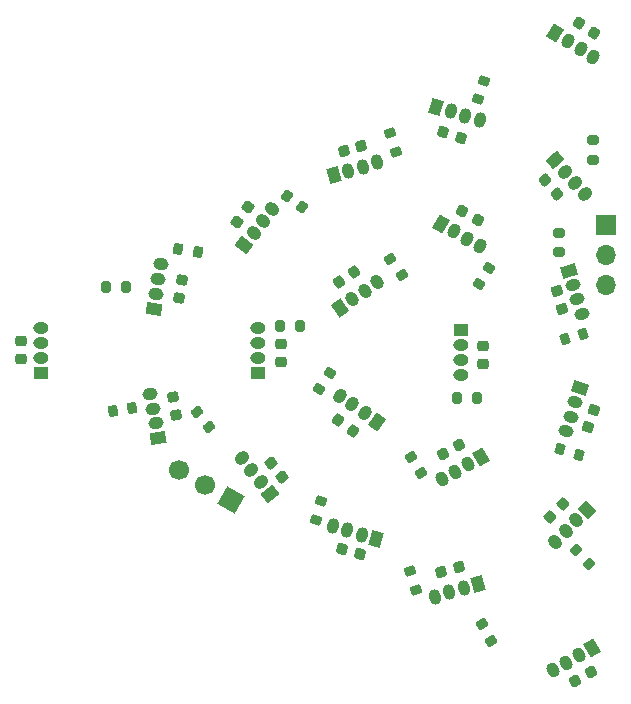
<source format=gbr>
%TF.GenerationSoftware,KiCad,Pcbnew,(6.0.2)*%
%TF.CreationDate,2022-03-26T22:50:30-07:00*%
%TF.ProjectId,triangle,74726961-6e67-46c6-952e-6b696361645f,rev?*%
%TF.SameCoordinates,Original*%
%TF.FileFunction,Soldermask,Top*%
%TF.FilePolarity,Negative*%
%FSLAX46Y46*%
G04 Gerber Fmt 4.6, Leading zero omitted, Abs format (unit mm)*
G04 Created by KiCad (PCBNEW (6.0.2)) date 2022-03-26 22:50:30*
%MOMM*%
%LPD*%
G01*
G04 APERTURE LIST*
G04 Aperture macros list*
%AMRoundRect*
0 Rectangle with rounded corners*
0 $1 Rounding radius*
0 $2 $3 $4 $5 $6 $7 $8 $9 X,Y pos of 4 corners*
0 Add a 4 corners polygon primitive as box body*
4,1,4,$2,$3,$4,$5,$6,$7,$8,$9,$2,$3,0*
0 Add four circle primitives for the rounded corners*
1,1,$1+$1,$2,$3*
1,1,$1+$1,$4,$5*
1,1,$1+$1,$6,$7*
1,1,$1+$1,$8,$9*
0 Add four rect primitives between the rounded corners*
20,1,$1+$1,$2,$3,$4,$5,0*
20,1,$1+$1,$4,$5,$6,$7,0*
20,1,$1+$1,$6,$7,$8,$9,0*
20,1,$1+$1,$8,$9,$2,$3,0*%
%AMHorizOval*
0 Thick line with rounded ends*
0 $1 width*
0 $2 $3 position (X,Y) of the first rounded end (center of the circle)*
0 $4 $5 position (X,Y) of the second rounded end (center of the circle)*
0 Add line between two ends*
20,1,$1,$2,$3,$4,$5,0*
0 Add two circle primitives to create the rounded ends*
1,1,$1,$2,$3*
1,1,$1,$4,$5*%
%AMRotRect*
0 Rectangle, with rotation*
0 The origin of the aperture is its center*
0 $1 length*
0 $2 width*
0 $3 Rotation angle, in degrees counterclockwise*
0 Add horizontal line*
21,1,$1,$2,0,0,$3*%
G04 Aperture macros list end*
%ADD10RoundRect,0.225000X-0.168235X0.291242X-0.307293X-0.136733X0.168235X-0.291242X0.307293X0.136733X0*%
%ADD11RoundRect,0.200000X-0.275000X0.200000X-0.275000X-0.200000X0.275000X-0.200000X0.275000X0.200000X0*%
%ADD12RoundRect,0.225000X0.069856X0.329006X-0.319856X0.104006X-0.069856X-0.329006X0.319856X-0.104006X0*%
%ADD13RoundRect,0.225000X0.147375X0.302334X-0.285193X0.178297X-0.147375X-0.302334X0.285193X-0.178297X0*%
%ADD14RotRect,1.700000X1.700000X240.000000*%
%ADD15HorizOval,1.700000X0.000000X0.000000X0.000000X0.000000X0*%
%ADD16RoundRect,0.200000X-0.339982X0.006097X-0.110552X-0.321564X0.339982X-0.006097X0.110552X0.321564X0*%
%ADD17RoundRect,0.225000X-0.288261X-0.173293X0.142076X-0.304860X0.288261X0.173293X-0.142076X0.304860X0*%
%ADD18RoundRect,0.200000X0.319474X-0.116452X0.209219X0.268053X-0.319474X0.116452X-0.209219X-0.268053X0*%
%ADD19RoundRect,0.200000X0.209219X-0.268053X0.319474X0.116452X-0.209219X0.268053X-0.319474X-0.116452X0*%
%ADD20RoundRect,0.200000X-0.240557X-0.240327X0.154518X-0.302901X0.240557X0.240327X-0.154518X0.302901X0*%
%ADD21RoundRect,0.200000X-0.275191X-0.199737X0.105232X-0.323344X0.275191X0.199737X-0.105232X0.323344X0*%
%ADD22R,1.700000X1.700000*%
%ADD23O,1.700000X1.700000*%
%ADD24RoundRect,0.200000X-0.335876X-0.053033X-0.053033X-0.335876X0.335876X0.053033X0.053033X0.335876X0*%
%ADD25RoundRect,0.225000X0.335527X-0.023387X0.058479X0.331218X-0.335527X0.023387X-0.058479X-0.331218X0*%
%ADD26RoundRect,0.225000X-0.304860X0.142076X-0.173293X-0.288261X0.304860X-0.142076X0.173293X0.288261X0*%
%ADD27RoundRect,0.200000X0.339835X0.011705X0.093571X0.326909X-0.339835X-0.011705X-0.093571X-0.326909X0*%
%ADD28RoundRect,0.200000X-0.200000X-0.275000X0.200000X-0.275000X0.200000X0.275000X-0.200000X0.275000X0*%
%ADD29RoundRect,0.225000X0.285193X0.178297X-0.147375X0.302334X-0.285193X-0.178297X0.147375X-0.302334X0*%
%ADD30RoundRect,0.225000X-0.336341X-0.000075X-0.035232X-0.334490X0.336341X0.000075X0.035232X0.334490X0*%
%ADD31RoundRect,0.225000X0.064250X-0.330147X0.335067X0.029239X-0.064250X0.330147X-0.335067X-0.029239X0*%
%ADD32RoundRect,0.225000X0.250000X-0.225000X0.250000X0.225000X-0.250000X0.225000X-0.250000X-0.225000X0*%
%ADD33RoundRect,0.225000X-0.147375X-0.302334X0.285193X-0.178297X0.147375X0.302334X-0.285193X0.178297X0*%
%ADD34RoundRect,0.200000X0.338157X-0.035705X0.138157X0.310705X-0.338157X0.035705X-0.138157X-0.310705X0*%
%ADD35RoundRect,0.200000X-0.138157X0.310705X-0.338157X-0.035705X0.138157X-0.310705X0.338157X0.035705X0*%
%ADD36RoundRect,0.200000X0.110859X0.321458X-0.271663X0.204509X-0.110859X-0.321458X0.271663X-0.204509X0*%
%ADD37RoundRect,0.200000X0.104923X-0.323444X0.340037X0.000162X-0.104923X0.323444X-0.340037X-0.000162X0*%
%ADD38RoundRect,0.225000X-0.017678X0.335876X-0.335876X0.017678X0.017678X-0.335876X0.335876X-0.017678X0*%
%ADD39RoundRect,0.225000X-0.319856X-0.104006X0.069856X-0.329006X0.319856X0.104006X-0.069856X0.329006X0*%
%ADD40RoundRect,0.225000X-0.040915X-0.333843X0.327703X-0.075733X0.040915X0.333843X-0.327703X0.075733X0*%
%ADD41RoundRect,0.200000X0.149208X0.305552X-0.244715X0.236092X-0.149208X-0.305552X0.244715X-0.236092X0*%
%ADD42RoundRect,0.200000X0.204509X-0.271663X0.321458X0.110859X-0.204509X0.271663X-0.321458X-0.110859X0*%
%ADD43RoundRect,0.225000X-0.250000X0.225000X-0.250000X-0.225000X0.250000X-0.225000X0.250000X0.225000X0*%
%ADD44RoundRect,0.225000X0.211724X-0.261338X0.282120X0.183121X-0.211724X0.261338X-0.282120X-0.183121X0*%
%ADD45RoundRect,0.225000X-0.323291X-0.092780X0.058331X-0.331244X0.323291X0.092780X-0.058331X0.331244X0*%
%ADD46RoundRect,0.225000X0.328975X0.070003X-0.035083X0.334506X-0.328975X-0.070003X0.035083X-0.334506X0*%
%ADD47RoundRect,0.200000X-0.325226X-0.099262X-0.005772X-0.339988X0.325226X0.099262X0.005772X0.339988X0*%
%ADD48RoundRect,0.225000X0.285273X-0.178170X0.207131X0.264994X-0.285273X0.178170X-0.207131X-0.264994X0*%
%ADD49RotRect,1.000000X1.300000X196.000000*%
%ADD50HorizOval,1.000000X-0.041346X0.144189X0.041346X-0.144189X0*%
%ADD51RotRect,1.000000X1.300000X252.000000*%
%ADD52HorizOval,1.000000X-0.142658X0.046353X0.142658X-0.046353X0*%
%ADD53RotRect,1.000000X1.300000X328.000000*%
%ADD54HorizOval,1.000000X-0.079488X-0.127207X0.079488X0.127207X0*%
%ADD55RotRect,1.000000X1.300000X100.000000*%
%ADD56HorizOval,1.000000X0.147721X0.026047X-0.147721X-0.026047X0*%
%ADD57RotRect,1.000000X1.300000X330.000000*%
%ADD58HorizOval,1.000000X-0.075000X-0.129904X0.075000X0.129904X0*%
%ADD59RotRect,1.000000X1.300000X128.000000*%
%ADD60HorizOval,1.000000X0.118202X0.092349X-0.118202X-0.092349X0*%
%ADD61R,1.300000X1.000000*%
%ADD62O,1.300000X1.000000*%
%ADD63RotRect,1.000000X1.300000X53.000000*%
%ADD64HorizOval,1.000000X-0.119795X0.090272X0.119795X-0.090272X0*%
%ADD65RotRect,1.000000X1.300000X343.000000*%
%ADD66HorizOval,1.000000X-0.043856X-0.143446X0.043856X0.143446X0*%
%ADD67RotRect,1.000000X1.300000X225.000000*%
%ADD68HorizOval,1.000000X-0.106066X0.106066X0.106066X-0.106066X0*%
%ADD69RotRect,1.000000X1.300000X81.000000*%
%ADD70HorizOval,1.000000X-0.148153X0.023465X0.148153X-0.023465X0*%
%ADD71RotRect,1.000000X1.300000X144.000000*%
%ADD72HorizOval,1.000000X0.088168X0.121353X-0.088168X-0.121353X0*%
%ADD73RotRect,1.000000X1.300000X210.000000*%
%ADD74HorizOval,1.000000X-0.075000X0.129904X0.075000X-0.129904X0*%
%ADD75HorizOval,1.000000X0.041346X0.144189X-0.041346X-0.144189X0*%
%ADD76RotRect,1.000000X1.300000X164.000000*%
%ADD77RotRect,1.000000X1.300000X16.000000*%
%ADD78RotRect,1.000000X1.300000X312.000000*%
%ADD79HorizOval,1.000000X-0.111472X-0.100370X0.111472X0.100370X0*%
%ADD80RotRect,1.000000X1.300000X287.000000*%
%ADD81HorizOval,1.000000X-0.143446X-0.043856X0.143446X0.043856X0*%
%ADD82RotRect,1.000000X1.300000X35.000000*%
%ADD83HorizOval,1.000000X-0.086036X0.122873X0.086036X-0.122873X0*%
G04 APERTURE END LIST*
D10*
%TO.C,C12*%
X159000000Y-88550000D03*
X158521024Y-90024138D03*
%TD*%
D11*
%TO.C,R15*%
X158950000Y-65700000D03*
X158950000Y-67350000D03*
%TD*%
D12*
%TO.C,C4*%
X147550000Y-91550000D03*
X146207660Y-92325000D03*
%TD*%
D13*
%TO.C,C9*%
X147550000Y-101850000D03*
X146060044Y-102277238D03*
%TD*%
D14*
%TO.C,J2*%
X128250000Y-96150000D03*
D15*
X126050295Y-94880000D03*
X123850591Y-93610000D03*
%TD*%
D16*
%TO.C,R2*%
X141753598Y-75748400D03*
X142700000Y-77100000D03*
%TD*%
D17*
%TO.C,C16*%
X146217728Y-65046824D03*
X147700000Y-65500000D03*
%TD*%
D18*
%TO.C,R17*%
X142200000Y-66700000D03*
X141745198Y-65113918D03*
%TD*%
D19*
%TO.C,R8*%
X135445198Y-97886082D03*
X135900000Y-96300000D03*
%TD*%
D20*
%TO.C,R19*%
X123800000Y-74900000D03*
X125429686Y-75158116D03*
%TD*%
D21*
%TO.C,R12*%
X156130756Y-91890122D03*
X157700000Y-92400000D03*
%TD*%
D22*
%TO.C,J1*%
X160050000Y-72900000D03*
D23*
X160050000Y-75440000D03*
X160050000Y-77980000D03*
%TD*%
D24*
%TO.C,R11*%
X157433274Y-100433274D03*
X158600000Y-101600000D03*
%TD*%
D11*
%TO.C,R14*%
X156000000Y-73550000D03*
X156000000Y-75200000D03*
%TD*%
D25*
%TO.C,C7*%
X132600000Y-94250000D03*
X131645724Y-93028584D03*
%TD*%
D18*
%TO.C,R9*%
X143900000Y-103800000D03*
X143445198Y-102213918D03*
%TD*%
D26*
%TO.C,C13*%
X155823412Y-78508864D03*
X156276588Y-79991136D03*
%TD*%
D27*
%TO.C,R7*%
X126400000Y-90000000D03*
X125384158Y-88699782D03*
%TD*%
D28*
%TO.C,R1*%
X147400000Y-87550000D03*
X149050000Y-87550000D03*
%TD*%
D29*
%TO.C,C8*%
X139139956Y-100777238D03*
X137650000Y-100350000D03*
%TD*%
D30*
%TO.C,C14*%
X154812848Y-69098126D03*
X155850000Y-70250000D03*
%TD*%
D28*
%TO.C,R6*%
X132450000Y-81450000D03*
X134100000Y-81450000D03*
%TD*%
D31*
%TO.C,C18*%
X128750000Y-72650000D03*
X129682814Y-71412114D03*
%TD*%
D32*
%TO.C,C6*%
X132500000Y-84500000D03*
X132500000Y-82950000D03*
%TD*%
D33*
%TO.C,C17*%
X137800000Y-66600000D03*
X139289956Y-66172762D03*
%TD*%
D32*
%TO.C,C20*%
X110450000Y-84250000D03*
X110450000Y-82700000D03*
%TD*%
D34*
%TO.C,R4*%
X144325000Y-93928942D03*
X143500000Y-92500000D03*
%TD*%
D35*
%TO.C,R5*%
X150100000Y-76500000D03*
X149275000Y-77928942D03*
%TD*%
D36*
%TO.C,R13*%
X158100000Y-82100000D03*
X156522098Y-82582414D03*
%TD*%
D37*
%TO.C,R3*%
X135686800Y-86766400D03*
X136656646Y-85431522D03*
%TD*%
D38*
%TO.C,C11*%
X156346016Y-96553984D03*
X155250000Y-97650000D03*
%TD*%
D39*
%TO.C,C5*%
X147857660Y-71725000D03*
X149200000Y-72500000D03*
%TD*%
D40*
%TO.C,C2*%
X137430314Y-77739044D03*
X138700000Y-76850000D03*
%TD*%
D34*
%TO.C,R10*%
X150300000Y-108100000D03*
X149475000Y-106671058D03*
%TD*%
D41*
%TO.C,R21*%
X119874932Y-88363480D03*
X118250000Y-88650000D03*
%TD*%
D42*
%TO.C,R16*%
X149200000Y-62250000D03*
X149682414Y-60672098D03*
%TD*%
D43*
%TO.C,C1*%
X149600000Y-83100000D03*
X149600000Y-84650000D03*
%TD*%
D44*
%TO.C,C19*%
X123857526Y-79080916D03*
X124100000Y-77550000D03*
%TD*%
D45*
%TO.C,C15*%
X157700000Y-55778626D03*
X159014474Y-56600000D03*
%TD*%
D46*
%TO.C,C3*%
X138553976Y-90311068D03*
X137300000Y-89400000D03*
%TD*%
D12*
%TO.C,C10*%
X158750000Y-110700000D03*
X157407660Y-111475000D03*
%TD*%
D28*
%TO.C,R20*%
X117700000Y-78150000D03*
X119350000Y-78150000D03*
%TD*%
D47*
%TO.C,R18*%
X132982252Y-70407006D03*
X134300000Y-71400000D03*
%TD*%
D48*
%TO.C,C21*%
X123634577Y-89013226D03*
X123365423Y-87486774D03*
%TD*%
D49*
%TO.C,D9*%
X149200000Y-103300000D03*
D50*
X147979197Y-103650059D03*
X146758395Y-104000119D03*
X145537592Y-104350178D03*
%TD*%
D51*
%TO.C,D12*%
X157800000Y-86700000D03*
D52*
X157407549Y-87907842D03*
X157015097Y-89115684D03*
X156622646Y-90323526D03*
%TD*%
D53*
%TO.C,D15*%
X155718936Y-56631008D03*
D54*
X156795957Y-57304005D03*
X157872979Y-57977003D03*
X158950000Y-58650000D03*
%TD*%
D55*
%TO.C,D21*%
X122100000Y-90950000D03*
D56*
X121879467Y-89699294D03*
X121658933Y-88448588D03*
X121438400Y-87197882D03*
%TD*%
D57*
%TO.C,D5*%
X146000444Y-72795000D03*
D58*
X147100296Y-73430000D03*
X148200148Y-74065000D03*
X149300000Y-74700000D03*
%TD*%
D59*
%TO.C,D7*%
X131550000Y-95650000D03*
D60*
X130768110Y-94649227D03*
X129986220Y-93648453D03*
X129204330Y-92647680D03*
%TD*%
D61*
%TO.C,D20*%
X112200000Y-85440000D03*
D62*
X112200000Y-84170000D03*
X112200000Y-82900000D03*
X112200000Y-81630000D03*
%TD*%
D63*
%TO.C,D18*%
X129400000Y-74600000D03*
D64*
X130164305Y-73585733D03*
X130928611Y-72571465D03*
X131692916Y-71557198D03*
%TD*%
D61*
%TO.C,D1*%
X147700000Y-81800000D03*
D62*
X147700000Y-83070000D03*
X147700000Y-84340000D03*
X147700000Y-85610000D03*
%TD*%
D61*
%TO.C,D6*%
X130550000Y-85440000D03*
D62*
X130550000Y-84170000D03*
X130550000Y-82900000D03*
X130550000Y-81630000D03*
%TD*%
D65*
%TO.C,D16*%
X145656478Y-62886064D03*
D66*
X146870985Y-63257376D03*
X148085493Y-63628688D03*
X149300000Y-64000000D03*
%TD*%
D67*
%TO.C,D11*%
X158400000Y-97000000D03*
D68*
X157501975Y-97898025D03*
X156603949Y-98796051D03*
X155705924Y-99694076D03*
%TD*%
D69*
%TO.C,D19*%
X121700000Y-80000000D03*
D70*
X121898672Y-78745636D03*
X122097344Y-77491272D03*
X122296016Y-76236908D03*
%TD*%
D71*
%TO.C,D3*%
X140591177Y-89569731D03*
D72*
X139563726Y-88823244D03*
X138536274Y-88076756D03*
X137508823Y-87330269D03*
%TD*%
D73*
%TO.C,D10*%
X158800000Y-108700000D03*
D74*
X157700148Y-109335000D03*
X156600296Y-109970000D03*
X155500444Y-110605000D03*
%TD*%
D75*
%TO.C,D8*%
X136887592Y-98399822D03*
X138108395Y-98749881D03*
X139329197Y-99099941D03*
D76*
X140550000Y-99450000D03*
%TD*%
D77*
%TO.C,D17*%
X136958395Y-68650119D03*
D50*
X138179198Y-68300060D03*
X139400000Y-67950000D03*
X140620803Y-67599941D03*
%TD*%
D78*
%TO.C,D14*%
X155700000Y-67425000D03*
D79*
X156549796Y-68368794D03*
X157399592Y-69312588D03*
X158249388Y-70256382D03*
%TD*%
D80*
%TO.C,D13*%
X156836064Y-76756478D03*
D81*
X157207376Y-77970985D03*
X157578688Y-79185493D03*
X157950000Y-80400000D03*
%TD*%
D82*
%TO.C,D2*%
X137500000Y-79900000D03*
D83*
X138540323Y-79171558D03*
X139580647Y-78443116D03*
X140620970Y-77714674D03*
%TD*%
D73*
%TO.C,D4*%
X149400000Y-92500000D03*
D74*
X148300148Y-93135000D03*
X147200296Y-93770000D03*
X146100444Y-94405000D03*
%TD*%
M02*

</source>
